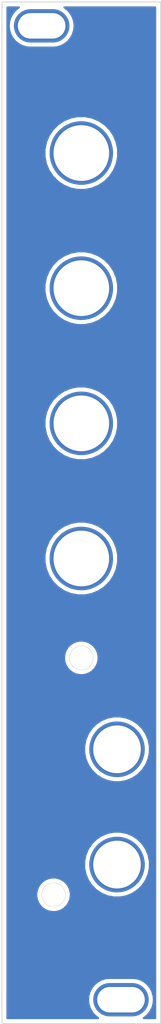
<source format=kicad_pcb>
(kicad_pcb (version 20171130) (host pcbnew 5.1.9+dfsg1-1~bpo10+1)

  (general
    (thickness 1.6)
    (drawings 42)
    (tracks 0)
    (zones 0)
    (modules 7)
    (nets 1)
  )

  (page A4)
  (layers
    (0 F.Cu signal)
    (31 B.Cu signal)
    (32 B.Adhes user hide)
    (33 F.Adhes user hide)
    (34 B.Paste user hide)
    (35 F.Paste user hide)
    (36 B.SilkS user)
    (37 F.SilkS user)
    (38 B.Mask user)
    (39 F.Mask user)
    (40 Dwgs.User user hide)
    (41 Cmts.User user)
    (42 Eco1.User user hide)
    (43 Eco2.User user hide)
    (44 Edge.Cuts user)
    (45 Margin user hide)
    (46 B.CrtYd user)
    (47 F.CrtYd user)
    (48 B.Fab user hide)
    (49 F.Fab user hide)
  )

  (setup
    (last_trace_width 0.3)
    (user_trace_width 0.45)
    (user_trace_width 0.75)
    (user_trace_width 1)
    (trace_clearance 0.2)
    (zone_clearance 0.508)
    (zone_45_only no)
    (trace_min 0.2)
    (via_size 0.8)
    (via_drill 0.4)
    (via_min_size 0.4)
    (via_min_drill 0.3)
    (uvia_size 0.3)
    (uvia_drill 0.1)
    (uvias_allowed no)
    (uvia_min_size 0.2)
    (uvia_min_drill 0.1)
    (edge_width 0.05)
    (segment_width 0.2)
    (pcb_text_width 0.3)
    (pcb_text_size 1.5 1.5)
    (mod_edge_width 0.12)
    (mod_text_size 1 1)
    (mod_text_width 0.15)
    (pad_size 1.524 1.524)
    (pad_drill 0.762)
    (pad_to_mask_clearance 0)
    (aux_axis_origin 0 0)
    (visible_elements FFFFFF7F)
    (pcbplotparams
      (layerselection 0x010fc_ffffffff)
      (usegerberextensions false)
      (usegerberattributes true)
      (usegerberadvancedattributes true)
      (creategerberjobfile true)
      (excludeedgelayer true)
      (linewidth 0.100000)
      (plotframeref false)
      (viasonmask false)
      (mode 1)
      (useauxorigin false)
      (hpglpennumber 1)
      (hpglpenspeed 20)
      (hpglpendiameter 15.000000)
      (psnegative false)
      (psa4output false)
      (plotreference true)
      (plotvalue true)
      (plotinvisibletext false)
      (padsonsilk false)
      (subtractmaskfromsilk false)
      (outputformat 1)
      (mirror false)
      (drillshape 0)
      (scaleselection 1)
      (outputdirectory "MiniADSR 1.1 - Front Panel/"))
  )

  (net 0 "")

  (net_class Default "This is the default net class."
    (clearance 0.2)
    (trace_width 0.3)
    (via_dia 0.8)
    (via_drill 0.4)
    (uvia_dia 0.3)
    (uvia_drill 0.1)
  )

  (module benjiaomodular:PanelHole_AudioJack_3.5mm (layer F.Cu) (tedit 61D8AE03) (tstamp 61D8DADE)
    (at 64.5 127.5)
    (fp_text reference REF** (at 0 0.5) (layer F.Fab) hide
      (effects (font (size 1 1) (thickness 0.15)))
    )
    (fp_text value PanelHole_AudioJack_3.5mm (at 0 14) (layer F.Fab) hide
      (effects (font (size 1 1) (thickness 0.15)))
    )
    (fp_line (start -4.5 12.48) (end -4.5 2.08) (layer F.Fab) (width 0.1))
    (fp_line (start 4.5 12.48) (end -4.5 12.48) (layer F.Fab) (width 0.1))
    (fp_line (start 5 12.98) (end -5 12.98) (layer F.CrtYd) (width 0.05))
    (fp_line (start 0 0) (end 0 2.03) (layer F.Fab) (width 0.1))
    (fp_line (start 5 -1.42) (end -5 -1.42) (layer F.CrtYd) (width 0.05))
    (fp_line (start 4.5 2.03) (end -4.5 2.03) (layer F.Fab) (width 0.1))
    (fp_line (start -5 12.98) (end -5 -1.42) (layer F.CrtYd) (width 0.05))
    (fp_line (start 4.5 12.48) (end 4.5 2.08) (layer F.Fab) (width 0.1))
    (fp_line (start 5 12.98) (end 5 -1.42) (layer F.CrtYd) (width 0.05))
    (fp_circle (center 0 6.5) (end 4 6.5) (layer F.Fab) (width 0.12))
    (pad "" thru_hole circle (at 0 6.5 180) (size 7 7) (drill 6) (layers *.Cu *.Mask))
  )

  (module benjiaomodular:PanelHole_Potentiometer_RV09 (layer F.Cu) (tedit 61D85F11) (tstamp 61D8DE60)
    (at 57.5 117.5 90)
    (fp_text reference REF** (at 0 0.5 90) (layer F.SilkS) hide
      (effects (font (size 1 1) (thickness 0.15)))
    )
    (fp_text value PanelHole_Potentiometer_RV09 (at 5.5 10 90) (layer F.Fab) hide
      (effects (font (size 1 1) (thickness 0.15)))
    )
    (fp_circle (center 7.5 2.5) (end 15 2.5) (layer F.Fab) (width 0.12))
    (fp_line (start -1.15 -3.91) (end -1.15 8.91) (layer F.CrtYd) (width 0.05))
    (fp_line (start 12.35 7.25) (end 12.35 -2.25) (layer F.Fab) (width 0.1))
    (fp_line (start 12.6 8.91) (end 12.6 -3.91) (layer F.CrtYd) (width 0.05))
    (fp_line (start 1 7.25) (end 12.35 7.25) (layer F.Fab) (width 0.1))
    (fp_line (start 1 -2.25) (end 12.35 -2.25) (layer F.Fab) (width 0.1))
    (fp_circle (center 7.5 2.5) (end 7.5 -1) (layer F.Fab) (width 0.1))
    (fp_line (start 12.6 -3.91) (end -1.15 -3.91) (layer F.CrtYd) (width 0.05))
    (fp_line (start -1.15 8.91) (end 12.6 8.91) (layer F.CrtYd) (width 0.05))
    (fp_line (start 1 7.25) (end 1 -2.25) (layer F.Fab) (width 0.1))
    (fp_text user REF** (at 0 0.5 90) (layer F.SilkS) hide
      (effects (font (size 1 1) (thickness 0.15)))
    )
    (fp_text user %R (at 7.62 2.54 90) (layer F.Fab)
      (effects (font (size 1 1) (thickness 0.15)))
    )
    (pad "" thru_hole circle (at 7.5 2.5 180) (size 8 8) (drill 7) (layers *.Cu *.Mask))
  )

  (module benjiaomodular:PanelHole_Potentiometer_RV09 (layer F.Cu) (tedit 61D85F11) (tstamp 61D8DE1F)
    (at 57.5 100.5 90)
    (fp_text reference REF** (at 0 0.5 90) (layer F.SilkS) hide
      (effects (font (size 1 1) (thickness 0.15)))
    )
    (fp_text value PanelHole_Potentiometer_RV09 (at 5.5 10 90) (layer F.Fab) hide
      (effects (font (size 1 1) (thickness 0.15)))
    )
    (fp_circle (center 7.5 2.5) (end 15 2.5) (layer F.Fab) (width 0.12))
    (fp_line (start -1.15 -3.91) (end -1.15 8.91) (layer F.CrtYd) (width 0.05))
    (fp_line (start 12.35 7.25) (end 12.35 -2.25) (layer F.Fab) (width 0.1))
    (fp_line (start 12.6 8.91) (end 12.6 -3.91) (layer F.CrtYd) (width 0.05))
    (fp_line (start 1 7.25) (end 12.35 7.25) (layer F.Fab) (width 0.1))
    (fp_line (start 1 -2.25) (end 12.35 -2.25) (layer F.Fab) (width 0.1))
    (fp_circle (center 7.5 2.5) (end 7.5 -1) (layer F.Fab) (width 0.1))
    (fp_line (start 12.6 -3.91) (end -1.15 -3.91) (layer F.CrtYd) (width 0.05))
    (fp_line (start -1.15 8.91) (end 12.6 8.91) (layer F.CrtYd) (width 0.05))
    (fp_line (start 1 7.25) (end 1 -2.25) (layer F.Fab) (width 0.1))
    (fp_text user REF** (at 0 0.5 90) (layer F.SilkS) hide
      (effects (font (size 1 1) (thickness 0.15)))
    )
    (fp_text user %R (at 7.62 2.54 90) (layer F.Fab)
      (effects (font (size 1 1) (thickness 0.15)))
    )
    (pad "" thru_hole circle (at 7.5 2.5 180) (size 8 8) (drill 7) (layers *.Cu *.Mask))
  )

  (module benjiaomodular:PanelHole_Potentiometer_RV09 (layer F.Cu) (tedit 61D85F11) (tstamp 61D8DDDE)
    (at 57.5 83.5 90)
    (fp_text reference REF** (at 0 0.5 90) (layer F.SilkS) hide
      (effects (font (size 1 1) (thickness 0.15)))
    )
    (fp_text value PanelHole_Potentiometer_RV09 (at 5.5 10 90) (layer F.Fab) hide
      (effects (font (size 1 1) (thickness 0.15)))
    )
    (fp_circle (center 7.5 2.5) (end 15 2.5) (layer F.Fab) (width 0.12))
    (fp_line (start -1.15 -3.91) (end -1.15 8.91) (layer F.CrtYd) (width 0.05))
    (fp_line (start 12.35 7.25) (end 12.35 -2.25) (layer F.Fab) (width 0.1))
    (fp_line (start 12.6 8.91) (end 12.6 -3.91) (layer F.CrtYd) (width 0.05))
    (fp_line (start 1 7.25) (end 12.35 7.25) (layer F.Fab) (width 0.1))
    (fp_line (start 1 -2.25) (end 12.35 -2.25) (layer F.Fab) (width 0.1))
    (fp_circle (center 7.5 2.5) (end 7.5 -1) (layer F.Fab) (width 0.1))
    (fp_line (start 12.6 -3.91) (end -1.15 -3.91) (layer F.CrtYd) (width 0.05))
    (fp_line (start -1.15 8.91) (end 12.6 8.91) (layer F.CrtYd) (width 0.05))
    (fp_line (start 1 7.25) (end 1 -2.25) (layer F.Fab) (width 0.1))
    (fp_text user REF** (at 0 0.5 90) (layer F.SilkS) hide
      (effects (font (size 1 1) (thickness 0.15)))
    )
    (fp_text user %R (at 7.62 2.54 90) (layer F.Fab)
      (effects (font (size 1 1) (thickness 0.15)))
    )
    (pad "" thru_hole circle (at 7.5 2.5 180) (size 8 8) (drill 7) (layers *.Cu *.Mask))
  )

  (module benjiaomodular:PanelHole_Potentiometer_RV09 (layer F.Cu) (tedit 61D85F11) (tstamp 61D8DD9D)
    (at 57.5 66.5 90)
    (fp_text reference REF** (at 0 0.5 90) (layer F.SilkS) hide
      (effects (font (size 1 1) (thickness 0.15)))
    )
    (fp_text value PanelHole_Potentiometer_RV09 (at 5.5 10 90) (layer F.Fab) hide
      (effects (font (size 1 1) (thickness 0.15)))
    )
    (fp_circle (center 7.5 2.5) (end 15 2.5) (layer F.Fab) (width 0.12))
    (fp_line (start -1.15 -3.91) (end -1.15 8.91) (layer F.CrtYd) (width 0.05))
    (fp_line (start 12.35 7.25) (end 12.35 -2.25) (layer F.Fab) (width 0.1))
    (fp_line (start 12.6 8.91) (end 12.6 -3.91) (layer F.CrtYd) (width 0.05))
    (fp_line (start 1 7.25) (end 12.35 7.25) (layer F.Fab) (width 0.1))
    (fp_line (start 1 -2.25) (end 12.35 -2.25) (layer F.Fab) (width 0.1))
    (fp_circle (center 7.5 2.5) (end 7.5 -1) (layer F.Fab) (width 0.1))
    (fp_line (start 12.6 -3.91) (end -1.15 -3.91) (layer F.CrtYd) (width 0.05))
    (fp_line (start -1.15 8.91) (end 12.6 8.91) (layer F.CrtYd) (width 0.05))
    (fp_line (start 1 7.25) (end 1 -2.25) (layer F.Fab) (width 0.1))
    (fp_text user REF** (at 0 0.5 90) (layer F.SilkS) hide
      (effects (font (size 1 1) (thickness 0.15)))
    )
    (fp_text user %R (at 7.62 2.54 90) (layer F.Fab)
      (effects (font (size 1 1) (thickness 0.15)))
    )
    (pad "" thru_hole circle (at 7.5 2.5 180) (size 8 8) (drill 7) (layers *.Cu *.Mask))
  )

  (module benjiaomodular:Panel_4HP (layer F.Cu) (tedit 61D8671B) (tstamp 61D8DA20)
    (at 50 40)
    (fp_text reference REF** (at 18 -1) (layer F.Fab) hide
      (effects (font (size 1 1) (thickness 0.15)))
    )
    (fp_text value Panel_4HP (at 4 -1) (layer F.Fab)
      (effects (font (size 1 1) (thickness 0.15)))
    )
    (fp_line (start 20 128.5) (end 0 128.5) (layer Dwgs.User) (width 0.12))
    (fp_line (start 0 115.5) (end 20 115.5) (layer Dwgs.User) (width 0.12))
    (fp_line (start 0 3) (end 20 3) (layer Dwgs.User) (width 0.12))
    (fp_line (start 20 0) (end 20 128.5) (layer Dwgs.User) (width 0.12))
    (fp_line (start 0 0) (end 20 0) (layer Dwgs.User) (width 0.12))
    (fp_line (start 0 13) (end 20 13) (layer Dwgs.User) (width 0.12))
    (fp_line (start 0 125.5) (end 20 125.5) (layer Dwgs.User) (width 0.12))
    (fp_line (start 0 128.5) (end 0 0) (layer Dwgs.User) (width 0.12))
    (fp_text user REF** (at 5.5 3.5) (layer F.SilkS) hide
      (effects (font (size 1 1) (thickness 0.15)))
    )
    (pad 1 thru_hole oval (at 15 125.5) (size 7 4.2) (drill oval 6 3.2) (layers *.Cu *.Mask))
    (pad 1 thru_hole oval (at 5 3) (size 7 4.2) (drill oval 6 3.2) (layers *.Cu *.Mask))
  )

  (module benjiaomodular:PanelHole_AudioJack_3.5mm (layer F.Cu) (tedit 61D861E6) (tstamp 61D8D80A)
    (at 64.5 142)
    (fp_text reference REF** (at 0 0.5) (layer F.Fab) hide
      (effects (font (size 1 1) (thickness 0.15)))
    )
    (fp_text value PanelHole_AudioJack_3.5mm (at 0 14) (layer F.Fab) hide
      (effects (font (size 1 1) (thickness 0.15)))
    )
    (fp_line (start -4.5 12.48) (end -4.5 2.08) (layer F.Fab) (width 0.1))
    (fp_line (start 4.5 12.48) (end -4.5 12.48) (layer F.Fab) (width 0.1))
    (fp_line (start 5 12.98) (end -5 12.98) (layer F.CrtYd) (width 0.05))
    (fp_line (start 0 0) (end 0 2.03) (layer F.Fab) (width 0.1))
    (fp_line (start 5 -1.42) (end -5 -1.42) (layer F.CrtYd) (width 0.05))
    (fp_line (start 4.5 2.03) (end -4.5 2.03) (layer F.Fab) (width 0.1))
    (fp_line (start -5 12.98) (end -5 -1.42) (layer F.CrtYd) (width 0.05))
    (fp_line (start 4.5 12.48) (end 4.5 2.08) (layer F.Fab) (width 0.1))
    (fp_line (start 5 12.98) (end 5 -1.42) (layer F.CrtYd) (width 0.05))
    (fp_circle (center 0 6.5) (end 4 6.5) (layer F.Fab) (width 0.12))
    (pad "" thru_hole circle (at 0 6.5 180) (size 7 7) (drill 6) (layers *.Cu *.Mask))
  )

  (dimension 9.5 (width 0.15) (layer Dwgs.User)
    (gr_text "9.500 mm" (at 77.55 163.75 90) (layer Dwgs.User)
      (effects (font (size 1 1) (thickness 0.15)))
    )
    (feature1 (pts (xy 70 159) (xy 76.836421 159)))
    (feature2 (pts (xy 70 168.5) (xy 76.836421 168.5)))
    (crossbar (pts (xy 76.25 168.5) (xy 76.25 159)))
    (arrow1a (pts (xy 76.25 159) (xy 76.836421 160.126504)))
    (arrow1b (pts (xy 76.25 159) (xy 75.663579 160.126504)))
    (arrow2a (pts (xy 76.25 168.5) (xy 76.836421 167.373496)))
    (arrow2b (pts (xy 76.25 168.5) (xy 75.663579 167.373496)))
  )
  (dimension 8.5 (width 0.15) (layer Dwgs.User)
    (gr_text "8.500 mm" (at 44.2 44.25 270) (layer Dwgs.User)
      (effects (font (size 1 1) (thickness 0.15)))
    )
    (feature1 (pts (xy 50 48.5) (xy 44.913579 48.5)))
    (feature2 (pts (xy 50 40) (xy 44.913579 40)))
    (crossbar (pts (xy 45.5 40) (xy 45.5 48.5)))
    (arrow1a (pts (xy 45.5 48.5) (xy 44.913579 47.373496)))
    (arrow1b (pts (xy 45.5 48.5) (xy 46.086421 47.373496)))
    (arrow2a (pts (xy 45.5 40) (xy 44.913579 41.126504)))
    (arrow2b (pts (xy 45.5 40) (xy 46.086421 41.126504)))
  )
  (gr_line (start 64.5 148.5) (end 106 148.48) (layer Dwgs.User) (width 0.15))
  (gr_line (start 64.5 134) (end 106 134) (layer Dwgs.User) (width 0.15))
  (gr_line (start 57.5 117.5) (end 99 117.5) (layer Dwgs.User) (width 0.15))
  (gr_line (start 99 100.5) (end 57.5 100.5) (layer Dwgs.User) (width 0.15))
  (gr_line (start 99 66.5) (end 57.5 66.5) (layer Dwgs.User) (width 0.15))
  (gr_line (start 57.5 83.5) (end 99 83.5) (layer Dwgs.User) (width 0.15))
  (gr_line (start 60 76) (end 101.5 76) (layer Dwgs.User) (width 0.15))
  (dimension 9 (width 0.15) (layer Dwgs.User)
    (gr_text "9.000 mm" (at 47.4 164 90) (layer Dwgs.User)
      (effects (font (size 1 1) (thickness 0.15)))
    )
    (feature1 (pts (xy 68.9 159.5) (xy 48.113579 159.5)))
    (feature2 (pts (xy 68.9 168.5) (xy 48.113579 168.5)))
    (crossbar (pts (xy 48.7 168.5) (xy 48.7 159.5)))
    (arrow1a (pts (xy 48.7 159.5) (xy 49.286421 160.626504)))
    (arrow1b (pts (xy 48.7 159.5) (xy 48.113579 160.626504)))
    (arrow2a (pts (xy 48.7 168.5) (xy 49.286421 167.373496)))
    (arrow2b (pts (xy 48.7 168.5) (xy 48.113579 167.373496)))
  )
  (gr_text @benjiaomodular (at 60.1 159) (layer F.Mask)
    (effects (font (size 1.25 1.25) (thickness 0.15)))
  )
  (gr_circle (center 60 122.5) (end 61.5 122.5) (layer Edge.Cuts) (width 0.05))
  (dimension 10 (width 0.15) (layer Dwgs.User)
    (gr_text "10.000 mm" (at 55 119.2) (layer Dwgs.User)
      (effects (font (size 1 1) (thickness 0.15)))
    )
    (feature1 (pts (xy 60 122.5) (xy 60 119.913579)))
    (feature2 (pts (xy 50 122.5) (xy 50 119.913579)))
    (crossbar (pts (xy 50 120.5) (xy 60 120.5)))
    (arrow1a (pts (xy 60 120.5) (xy 58.873496 121.086421)))
    (arrow1b (pts (xy 60 120.5) (xy 58.873496 119.913579)))
    (arrow2a (pts (xy 50 120.5) (xy 51.126504 121.086421)))
    (arrow2b (pts (xy 50 120.5) (xy 51.126504 119.913579)))
  )
  (gr_line (start 101.5 122.5) (end 50.1 122.5) (layer Dwgs.User) (width 0.15))
  (gr_circle (center 64.5 148.5) (end 68.5 148.5) (layer F.Mask) (width 1.5))
  (gr_line (start 60 100.7) (end 60 102.3) (layer F.Mask) (width 0.4) (tstamp 61D8CC95))
  (gr_line (start 60 83.7) (end 60 85.3) (layer F.Mask) (width 0.4) (tstamp 61D8CC95))
  (gr_line (start 60 66.7) (end 60 68.3) (layer F.Mask) (width 0.4))
  (gr_line (start 58.1 151.6) (end 60.5 150.4) (layer F.Mask) (width 0.6))
  (gr_circle (center 56.5 152.3) (end 58 152.3) (layer Edge.Cuts) (width 0.05))
  (dimension 6.5 (width 0.15) (layer Dwgs.User)
    (gr_text "6.500 mm" (at 53.25 159.7) (layer Dwgs.User)
      (effects (font (size 1 1) (thickness 0.15)))
    )
    (feature1 (pts (xy 56.5 152.3) (xy 56.5 158.986421)))
    (feature2 (pts (xy 50 152.3) (xy 50 158.986421)))
    (crossbar (pts (xy 50 158.4) (xy 56.5 158.4)))
    (arrow1a (pts (xy 56.5 158.4) (xy 55.373496 158.986421)))
    (arrow1b (pts (xy 56.5 158.4) (xy 55.373496 157.813579)))
    (arrow2a (pts (xy 50 158.4) (xy 51.126504 158.986421)))
    (arrow2b (pts (xy 50 158.4) (xy 51.126504 157.813579)))
  )
  (gr_line (start 98 152.3) (end 50 152.3) (layer Dwgs.User) (width 0.15))
  (gr_circle (center 64.5 148.5) (end 68.5 148.5) (layer Dwgs.User) (width 0.15))
  (gr_circle (center 64.5 134) (end 68.5 134) (layer Dwgs.User) (width 0.15) (tstamp 61D99A47))
  (gr_text IN (at 64.525 127.925) (layer F.Mask) (tstamp 61DA5A21)
    (effects (font (size 2 2) (thickness 0.24)))
  )
  (gr_text OUT (at 64.475 142.15) (layer F.Mask)
    (effects (font (size 2 2) (thickness 0.24)))
  )
  (gr_text MiniADSR (at 59.75 48.5) (layer F.Mask)
    (effects (font (size 2 2) (thickness 0.3)))
  )
  (dimension 2 (width 0.15) (layer Dwgs.User)
    (gr_text "2.000 mm" (at 86.95 154.5 270) (layer Dwgs.User)
      (effects (font (size 1 1) (thickness 0.15)))
    )
    (feature1 (pts (xy 93.5 155.5) (xy 87.663579 155.5)))
    (feature2 (pts (xy 93.5 153.5) (xy 87.663579 153.5)))
    (crossbar (pts (xy 88.25 153.5) (xy 88.25 155.5)))
    (arrow1a (pts (xy 88.25 155.5) (xy 87.663579 154.373496)))
    (arrow1b (pts (xy 88.25 155.5) (xy 88.836421 154.373496)))
    (arrow2a (pts (xy 88.25 153.5) (xy 87.663579 154.626504)))
    (arrow2b (pts (xy 88.25 153.5) (xy 88.836421 154.626504)))
  )
  (gr_circle (center 60 110) (end 67.5 110) (layer F.Mask) (width 0.4) (tstamp 61D8FA5E))
  (gr_circle (center 60 93) (end 67.566373 93) (layer F.Mask) (width 0.4) (tstamp 61D8FA5E))
  (gr_circle (center 60 76) (end 67.566373 76) (layer F.Mask) (width 0.4) (tstamp 61D8FA5E))
  (gr_circle (center 60 59) (end 67.566373 59) (layer F.Mask) (width 0.4))
  (gr_text A (at 53.5 67) (layer F.Mask) (tstamp 61D8F630)
    (effects (font (size 2 2) (thickness 0.24)))
  )
  (gr_text S (at 53.5 101) (layer F.Mask)
    (effects (font (size 2 2) (thickness 0.24)))
  )
  (gr_text R (at 53.5 118) (layer F.Mask)
    (effects (font (size 2 2) (thickness 0.24)))
  )
  (gr_text D (at 53.5 84) (layer F.Mask)
    (effects (font (size 2 2) (thickness 0.24)))
  )
  (dimension 7.5 (width 0.15) (layer Dwgs.User)
    (gr_text "7.500 mm" (at 95.25 30.2) (layer Dwgs.User)
      (effects (font (size 1 1) (thickness 0.15)))
    )
    (feature1 (pts (xy 91.5 66.5) (xy 91.5 30.913579)))
    (feature2 (pts (xy 99 66.5) (xy 99 30.913579)))
    (crossbar (pts (xy 99 31.5) (xy 91.5 31.5)))
    (arrow1a (pts (xy 91.5 31.5) (xy 92.626504 30.913579)))
    (arrow1b (pts (xy 91.5 31.5) (xy 92.626504 32.086421)))
    (arrow2a (pts (xy 99 31.5) (xy 97.873496 30.913579)))
    (arrow2b (pts (xy 99 31.5) (xy 97.873496 32.086421)))
  )
  (dimension 7.5 (width 0.15) (layer Dwgs.User)
    (gr_text "7.500 mm" (at 53.75 30.2) (layer Dwgs.User)
      (effects (font (size 1 1) (thickness 0.15)))
    )
    (feature1 (pts (xy 50 66.5) (xy 50 30.913579)))
    (feature2 (pts (xy 57.5 66.5) (xy 57.5 30.913579)))
    (crossbar (pts (xy 57.5 31.5) (xy 50 31.5)))
    (arrow1a (pts (xy 50 31.5) (xy 51.126504 30.913579)))
    (arrow1b (pts (xy 50 31.5) (xy 51.126504 32.086421)))
    (arrow2a (pts (xy 57.5 31.5) (xy 56.373496 30.913579)))
    (arrow2b (pts (xy 57.5 31.5) (xy 56.373496 32.086421)))
  )
  (gr_line (start 70 40) (end 70 168.5) (layer Edge.Cuts) (width 0.1))
  (gr_line (start 50 40) (end 70 40) (layer Edge.Cuts) (width 0.1))
  (gr_line (start 50 168.5) (end 50 40) (layer Edge.Cuts) (width 0.1))
  (gr_line (start 70 168.5) (end 50 168.5) (layer Edge.Cuts) (width 0.1))

  (zone (net 0) (net_name "") (layer F.Cu) (tstamp 61E85E35) (hatch edge 0.508)
    (connect_pads (clearance 0.508))
    (min_thickness 0.254)
    (fill yes (arc_segments 32) (thermal_gap 0.508) (thermal_bridge_width 0.508))
    (polygon
      (pts
        (xy 69.5 168) (xy 50.5 168) (xy 50.5 40.5) (xy 69.5 40.5)
      )
    )
    (filled_polygon
      (pts
        (xy 52.073164 40.714928) (xy 51.656706 41.056706) (xy 51.314928 41.473164) (xy 51.060964 41.948297) (xy 50.904574 42.463846)
        (xy 50.851767 43) (xy 50.904574 43.536154) (xy 51.060964 44.051703) (xy 51.314928 44.526836) (xy 51.656706 44.943294)
        (xy 52.073164 45.285072) (xy 52.548297 45.539036) (xy 53.063846 45.695426) (xy 53.465644 45.735) (xy 56.534356 45.735)
        (xy 56.936154 45.695426) (xy 57.451703 45.539036) (xy 57.926836 45.285072) (xy 58.343294 44.943294) (xy 58.685072 44.526836)
        (xy 58.939036 44.051703) (xy 59.095426 43.536154) (xy 59.148233 43) (xy 59.095426 42.463846) (xy 58.939036 41.948297)
        (xy 58.685072 41.473164) (xy 58.343294 41.056706) (xy 57.926836 40.714928) (xy 57.870845 40.685) (xy 69.315 40.685)
        (xy 69.315001 167.815) (xy 67.870845 167.815) (xy 67.926836 167.785072) (xy 68.343294 167.443294) (xy 68.685072 167.026836)
        (xy 68.939036 166.551703) (xy 69.095426 166.036154) (xy 69.148233 165.5) (xy 69.095426 164.963846) (xy 68.939036 164.448297)
        (xy 68.685072 163.973164) (xy 68.343294 163.556706) (xy 67.926836 163.214928) (xy 67.451703 162.960964) (xy 66.936154 162.804574)
        (xy 66.534356 162.765) (xy 63.465644 162.765) (xy 63.063846 162.804574) (xy 62.548297 162.960964) (xy 62.073164 163.214928)
        (xy 61.656706 163.556706) (xy 61.314928 163.973164) (xy 61.060964 164.448297) (xy 60.904574 164.963846) (xy 60.851767 165.5)
        (xy 60.904574 166.036154) (xy 61.060964 166.551703) (xy 61.314928 167.026836) (xy 61.656706 167.443294) (xy 62.073164 167.785072)
        (xy 62.129155 167.815) (xy 50.685 167.815) (xy 50.685 152.086323) (xy 54.330497 152.086323) (xy 54.330497 152.513677)
        (xy 54.41387 152.932821) (xy 54.577412 153.327645) (xy 54.814837 153.682977) (xy 55.117023 153.985163) (xy 55.472355 154.222588)
        (xy 55.867179 154.38613) (xy 56.286323 154.469503) (xy 56.713677 154.469503) (xy 57.132821 154.38613) (xy 57.527645 154.222588)
        (xy 57.882977 153.985163) (xy 58.185163 153.682977) (xy 58.422588 153.327645) (xy 58.58613 152.932821) (xy 58.669503 152.513677)
        (xy 58.669503 152.086323) (xy 58.58613 151.667179) (xy 58.422588 151.272355) (xy 58.185163 150.917023) (xy 57.882977 150.614837)
        (xy 57.527645 150.377412) (xy 57.132821 150.21387) (xy 56.713677 150.130497) (xy 56.286323 150.130497) (xy 55.867179 150.21387)
        (xy 55.472355 150.377412) (xy 55.117023 150.614837) (xy 54.814837 150.917023) (xy 54.577412 151.272355) (xy 54.41387 151.667179)
        (xy 54.330497 152.086323) (xy 50.685 152.086323) (xy 50.685 148.092738) (xy 60.365 148.092738) (xy 60.365 148.907262)
        (xy 60.523906 149.706135) (xy 60.835611 150.458657) (xy 61.288136 151.135909) (xy 61.864091 151.711864) (xy 62.541343 152.164389)
        (xy 63.293865 152.476094) (xy 64.092738 152.635) (xy 64.907262 152.635) (xy 65.706135 152.476094) (xy 66.458657 152.164389)
        (xy 67.135909 151.711864) (xy 67.711864 151.135909) (xy 68.164389 150.458657) (xy 68.476094 149.706135) (xy 68.635 148.907262)
        (xy 68.635 148.092738) (xy 68.476094 147.293865) (xy 68.164389 146.541343) (xy 67.711864 145.864091) (xy 67.135909 145.288136)
        (xy 66.458657 144.835611) (xy 65.706135 144.523906) (xy 64.907262 144.365) (xy 64.092738 144.365) (xy 63.293865 144.523906)
        (xy 62.541343 144.835611) (xy 61.864091 145.288136) (xy 61.288136 145.864091) (xy 60.835611 146.541343) (xy 60.523906 147.293865)
        (xy 60.365 148.092738) (xy 50.685 148.092738) (xy 50.685 133.592738) (xy 60.365 133.592738) (xy 60.365 134.407262)
        (xy 60.523906 135.206135) (xy 60.835611 135.958657) (xy 61.288136 136.635909) (xy 61.864091 137.211864) (xy 62.541343 137.664389)
        (xy 63.293865 137.976094) (xy 64.092738 138.135) (xy 64.907262 138.135) (xy 65.706135 137.976094) (xy 66.458657 137.664389)
        (xy 67.135909 137.211864) (xy 67.711864 136.635909) (xy 68.164389 135.958657) (xy 68.476094 135.206135) (xy 68.635 134.407262)
        (xy 68.635 133.592738) (xy 68.476094 132.793865) (xy 68.164389 132.041343) (xy 67.711864 131.364091) (xy 67.135909 130.788136)
        (xy 66.458657 130.335611) (xy 65.706135 130.023906) (xy 64.907262 129.865) (xy 64.092738 129.865) (xy 63.293865 130.023906)
        (xy 62.541343 130.335611) (xy 61.864091 130.788136) (xy 61.288136 131.364091) (xy 60.835611 132.041343) (xy 60.523906 132.793865)
        (xy 60.365 133.592738) (xy 50.685 133.592738) (xy 50.685 122.286323) (xy 57.830497 122.286323) (xy 57.830497 122.713677)
        (xy 57.91387 123.132821) (xy 58.077412 123.527645) (xy 58.314837 123.882977) (xy 58.617023 124.185163) (xy 58.972355 124.422588)
        (xy 59.367179 124.58613) (xy 59.786323 124.669503) (xy 60.213677 124.669503) (xy 60.632821 124.58613) (xy 61.027645 124.422588)
        (xy 61.382977 124.185163) (xy 61.685163 123.882977) (xy 61.922588 123.527645) (xy 62.08613 123.132821) (xy 62.169503 122.713677)
        (xy 62.169503 122.286323) (xy 62.08613 121.867179) (xy 61.922588 121.472355) (xy 61.685163 121.117023) (xy 61.382977 120.814837)
        (xy 61.027645 120.577412) (xy 60.632821 120.41387) (xy 60.213677 120.330497) (xy 59.786323 120.330497) (xy 59.367179 120.41387)
        (xy 58.972355 120.577412) (xy 58.617023 120.814837) (xy 58.314837 121.117023) (xy 58.077412 121.472355) (xy 57.91387 121.867179)
        (xy 57.830497 122.286323) (xy 50.685 122.286323) (xy 50.685 109.543492) (xy 55.365 109.543492) (xy 55.365 110.456508)
        (xy 55.54312 111.35198) (xy 55.892516 112.195496) (xy 56.39976 112.95464) (xy 57.04536 113.60024) (xy 57.804504 114.107484)
        (xy 58.64802 114.45688) (xy 59.543492 114.635) (xy 60.456508 114.635) (xy 61.35198 114.45688) (xy 62.195496 114.107484)
        (xy 62.95464 113.60024) (xy 63.60024 112.95464) (xy 64.107484 112.195496) (xy 64.45688 111.35198) (xy 64.635 110.456508)
        (xy 64.635 109.543492) (xy 64.45688 108.64802) (xy 64.107484 107.804504) (xy 63.60024 107.04536) (xy 62.95464 106.39976)
        (xy 62.195496 105.892516) (xy 61.35198 105.54312) (xy 60.456508 105.365) (xy 59.543492 105.365) (xy 58.64802 105.54312)
        (xy 57.804504 105.892516) (xy 57.04536 106.39976) (xy 56.39976 107.04536) (xy 55.892516 107.804504) (xy 55.54312 108.64802)
        (xy 55.365 109.543492) (xy 50.685 109.543492) (xy 50.685 92.543492) (xy 55.365 92.543492) (xy 55.365 93.456508)
        (xy 55.54312 94.35198) (xy 55.892516 95.195496) (xy 56.39976 95.95464) (xy 57.04536 96.60024) (xy 57.804504 97.107484)
        (xy 58.64802 97.45688) (xy 59.543492 97.635) (xy 60.456508 97.635) (xy 61.35198 97.45688) (xy 62.195496 97.107484)
        (xy 62.95464 96.60024) (xy 63.60024 95.95464) (xy 64.107484 95.195496) (xy 64.45688 94.35198) (xy 64.635 93.456508)
        (xy 64.635 92.543492) (xy 64.45688 91.64802) (xy 64.107484 90.804504) (xy 63.60024 90.04536) (xy 62.95464 89.39976)
        (xy 62.195496 88.892516) (xy 61.35198 88.54312) (xy 60.456508 88.365) (xy 59.543492 88.365) (xy 58.64802 88.54312)
        (xy 57.804504 88.892516) (xy 57.04536 89.39976) (xy 56.39976 90.04536) (xy 55.892516 90.804504) (xy 55.54312 91.64802)
        (xy 55.365 92.543492) (xy 50.685 92.543492) (xy 50.685 75.543492) (xy 55.365 75.543492) (xy 55.365 76.456508)
        (xy 55.54312 77.35198) (xy 55.892516 78.195496) (xy 56.39976 78.95464) (xy 57.04536 79.60024) (xy 57.804504 80.107484)
        (xy 58.64802 80.45688) (xy 59.543492 80.635) (xy 60.456508 80.635) (xy 61.35198 80.45688) (xy 62.195496 80.107484)
        (xy 62.95464 79.60024) (xy 63.60024 78.95464) (xy 64.107484 78.195496) (xy 64.45688 77.35198) (xy 64.635 76.456508)
        (xy 64.635 75.543492) (xy 64.45688 74.64802) (xy 64.107484 73.804504) (xy 63.60024 73.04536) (xy 62.95464 72.39976)
        (xy 62.195496 71.892516) (xy 61.35198 71.54312) (xy 60.456508 71.365) (xy 59.543492 71.365) (xy 58.64802 71.54312)
        (xy 57.804504 71.892516) (xy 57.04536 72.39976) (xy 56.39976 73.04536) (xy 55.892516 73.804504) (xy 55.54312 74.64802)
        (xy 55.365 75.543492) (xy 50.685 75.543492) (xy 50.685 58.543492) (xy 55.365 58.543492) (xy 55.365 59.456508)
        (xy 55.54312 60.35198) (xy 55.892516 61.195496) (xy 56.39976 61.95464) (xy 57.04536 62.60024) (xy 57.804504 63.107484)
        (xy 58.64802 63.45688) (xy 59.543492 63.635) (xy 60.456508 63.635) (xy 61.35198 63.45688) (xy 62.195496 63.107484)
        (xy 62.95464 62.60024) (xy 63.60024 61.95464) (xy 64.107484 61.195496) (xy 64.45688 60.35198) (xy 64.635 59.456508)
        (xy 64.635 58.543492) (xy 64.45688 57.64802) (xy 64.107484 56.804504) (xy 63.60024 56.04536) (xy 62.95464 55.39976)
        (xy 62.195496 54.892516) (xy 61.35198 54.54312) (xy 60.456508 54.365) (xy 59.543492 54.365) (xy 58.64802 54.54312)
        (xy 57.804504 54.892516) (xy 57.04536 55.39976) (xy 56.39976 56.04536) (xy 55.892516 56.804504) (xy 55.54312 57.64802)
        (xy 55.365 58.543492) (xy 50.685 58.543492) (xy 50.685 40.685) (xy 52.129155 40.685)
      )
    )
  )
  (zone (net 0) (net_name "") (layer B.Cu) (tstamp 61E85E32) (hatch edge 0.508)
    (connect_pads (clearance 0.508))
    (min_thickness 0.254)
    (fill yes (arc_segments 32) (thermal_gap 0.508) (thermal_bridge_width 0.508))
    (polygon
      (pts
        (xy 69.5 168) (xy 50.5 168) (xy 50.5 40.5) (xy 69.5 40.5)
      )
    )
    (filled_polygon
      (pts
        (xy 52.073164 40.714928) (xy 51.656706 41.056706) (xy 51.314928 41.473164) (xy 51.060964 41.948297) (xy 50.904574 42.463846)
        (xy 50.851767 43) (xy 50.904574 43.536154) (xy 51.060964 44.051703) (xy 51.314928 44.526836) (xy 51.656706 44.943294)
        (xy 52.073164 45.285072) (xy 52.548297 45.539036) (xy 53.063846 45.695426) (xy 53.465644 45.735) (xy 56.534356 45.735)
        (xy 56.936154 45.695426) (xy 57.451703 45.539036) (xy 57.926836 45.285072) (xy 58.343294 44.943294) (xy 58.685072 44.526836)
        (xy 58.939036 44.051703) (xy 59.095426 43.536154) (xy 59.148233 43) (xy 59.095426 42.463846) (xy 58.939036 41.948297)
        (xy 58.685072 41.473164) (xy 58.343294 41.056706) (xy 57.926836 40.714928) (xy 57.870845 40.685) (xy 69.315 40.685)
        (xy 69.315001 167.815) (xy 67.870845 167.815) (xy 67.926836 167.785072) (xy 68.343294 167.443294) (xy 68.685072 167.026836)
        (xy 68.939036 166.551703) (xy 69.095426 166.036154) (xy 69.148233 165.5) (xy 69.095426 164.963846) (xy 68.939036 164.448297)
        (xy 68.685072 163.973164) (xy 68.343294 163.556706) (xy 67.926836 163.214928) (xy 67.451703 162.960964) (xy 66.936154 162.804574)
        (xy 66.534356 162.765) (xy 63.465644 162.765) (xy 63.063846 162.804574) (xy 62.548297 162.960964) (xy 62.073164 163.214928)
        (xy 61.656706 163.556706) (xy 61.314928 163.973164) (xy 61.060964 164.448297) (xy 60.904574 164.963846) (xy 60.851767 165.5)
        (xy 60.904574 166.036154) (xy 61.060964 166.551703) (xy 61.314928 167.026836) (xy 61.656706 167.443294) (xy 62.073164 167.785072)
        (xy 62.129155 167.815) (xy 50.685 167.815) (xy 50.685 152.086323) (xy 54.330497 152.086323) (xy 54.330497 152.513677)
        (xy 54.41387 152.932821) (xy 54.577412 153.327645) (xy 54.814837 153.682977) (xy 55.117023 153.985163) (xy 55.472355 154.222588)
        (xy 55.867179 154.38613) (xy 56.286323 154.469503) (xy 56.713677 154.469503) (xy 57.132821 154.38613) (xy 57.527645 154.222588)
        (xy 57.882977 153.985163) (xy 58.185163 153.682977) (xy 58.422588 153.327645) (xy 58.58613 152.932821) (xy 58.669503 152.513677)
        (xy 58.669503 152.086323) (xy 58.58613 151.667179) (xy 58.422588 151.272355) (xy 58.185163 150.917023) (xy 57.882977 150.614837)
        (xy 57.527645 150.377412) (xy 57.132821 150.21387) (xy 56.713677 150.130497) (xy 56.286323 150.130497) (xy 55.867179 150.21387)
        (xy 55.472355 150.377412) (xy 55.117023 150.614837) (xy 54.814837 150.917023) (xy 54.577412 151.272355) (xy 54.41387 151.667179)
        (xy 54.330497 152.086323) (xy 50.685 152.086323) (xy 50.685 148.092738) (xy 60.365 148.092738) (xy 60.365 148.907262)
        (xy 60.523906 149.706135) (xy 60.835611 150.458657) (xy 61.288136 151.135909) (xy 61.864091 151.711864) (xy 62.541343 152.164389)
        (xy 63.293865 152.476094) (xy 64.092738 152.635) (xy 64.907262 152.635) (xy 65.706135 152.476094) (xy 66.458657 152.164389)
        (xy 67.135909 151.711864) (xy 67.711864 151.135909) (xy 68.164389 150.458657) (xy 68.476094 149.706135) (xy 68.635 148.907262)
        (xy 68.635 148.092738) (xy 68.476094 147.293865) (xy 68.164389 146.541343) (xy 67.711864 145.864091) (xy 67.135909 145.288136)
        (xy 66.458657 144.835611) (xy 65.706135 144.523906) (xy 64.907262 144.365) (xy 64.092738 144.365) (xy 63.293865 144.523906)
        (xy 62.541343 144.835611) (xy 61.864091 145.288136) (xy 61.288136 145.864091) (xy 60.835611 146.541343) (xy 60.523906 147.293865)
        (xy 60.365 148.092738) (xy 50.685 148.092738) (xy 50.685 133.592738) (xy 60.365 133.592738) (xy 60.365 134.407262)
        (xy 60.523906 135.206135) (xy 60.835611 135.958657) (xy 61.288136 136.635909) (xy 61.864091 137.211864) (xy 62.541343 137.664389)
        (xy 63.293865 137.976094) (xy 64.092738 138.135) (xy 64.907262 138.135) (xy 65.706135 137.976094) (xy 66.458657 137.664389)
        (xy 67.135909 137.211864) (xy 67.711864 136.635909) (xy 68.164389 135.958657) (xy 68.476094 135.206135) (xy 68.635 134.407262)
        (xy 68.635 133.592738) (xy 68.476094 132.793865) (xy 68.164389 132.041343) (xy 67.711864 131.364091) (xy 67.135909 130.788136)
        (xy 66.458657 130.335611) (xy 65.706135 130.023906) (xy 64.907262 129.865) (xy 64.092738 129.865) (xy 63.293865 130.023906)
        (xy 62.541343 130.335611) (xy 61.864091 130.788136) (xy 61.288136 131.364091) (xy 60.835611 132.041343) (xy 60.523906 132.793865)
        (xy 60.365 133.592738) (xy 50.685 133.592738) (xy 50.685 122.286323) (xy 57.830497 122.286323) (xy 57.830497 122.713677)
        (xy 57.91387 123.132821) (xy 58.077412 123.527645) (xy 58.314837 123.882977) (xy 58.617023 124.185163) (xy 58.972355 124.422588)
        (xy 59.367179 124.58613) (xy 59.786323 124.669503) (xy 60.213677 124.669503) (xy 60.632821 124.58613) (xy 61.027645 124.422588)
        (xy 61.382977 124.185163) (xy 61.685163 123.882977) (xy 61.922588 123.527645) (xy 62.08613 123.132821) (xy 62.169503 122.713677)
        (xy 62.169503 122.286323) (xy 62.08613 121.867179) (xy 61.922588 121.472355) (xy 61.685163 121.117023) (xy 61.382977 120.814837)
        (xy 61.027645 120.577412) (xy 60.632821 120.41387) (xy 60.213677 120.330497) (xy 59.786323 120.330497) (xy 59.367179 120.41387)
        (xy 58.972355 120.577412) (xy 58.617023 120.814837) (xy 58.314837 121.117023) (xy 58.077412 121.472355) (xy 57.91387 121.867179)
        (xy 57.830497 122.286323) (xy 50.685 122.286323) (xy 50.685 109.543492) (xy 55.365 109.543492) (xy 55.365 110.456508)
        (xy 55.54312 111.35198) (xy 55.892516 112.195496) (xy 56.39976 112.95464) (xy 57.04536 113.60024) (xy 57.804504 114.107484)
        (xy 58.64802 114.45688) (xy 59.543492 114.635) (xy 60.456508 114.635) (xy 61.35198 114.45688) (xy 62.195496 114.107484)
        (xy 62.95464 113.60024) (xy 63.60024 112.95464) (xy 64.107484 112.195496) (xy 64.45688 111.35198) (xy 64.635 110.456508)
        (xy 64.635 109.543492) (xy 64.45688 108.64802) (xy 64.107484 107.804504) (xy 63.60024 107.04536) (xy 62.95464 106.39976)
        (xy 62.195496 105.892516) (xy 61.35198 105.54312) (xy 60.456508 105.365) (xy 59.543492 105.365) (xy 58.64802 105.54312)
        (xy 57.804504 105.892516) (xy 57.04536 106.39976) (xy 56.39976 107.04536) (xy 55.892516 107.804504) (xy 55.54312 108.64802)
        (xy 55.365 109.543492) (xy 50.685 109.543492) (xy 50.685 92.543492) (xy 55.365 92.543492) (xy 55.365 93.456508)
        (xy 55.54312 94.35198) (xy 55.892516 95.195496) (xy 56.39976 95.95464) (xy 57.04536 96.60024) (xy 57.804504 97.107484)
        (xy 58.64802 97.45688) (xy 59.543492 97.635) (xy 60.456508 97.635) (xy 61.35198 97.45688) (xy 62.195496 97.107484)
        (xy 62.95464 96.60024) (xy 63.60024 95.95464) (xy 64.107484 95.195496) (xy 64.45688 94.35198) (xy 64.635 93.456508)
        (xy 64.635 92.543492) (xy 64.45688 91.64802) (xy 64.107484 90.804504) (xy 63.60024 90.04536) (xy 62.95464 89.39976)
        (xy 62.195496 88.892516) (xy 61.35198 88.54312) (xy 60.456508 88.365) (xy 59.543492 88.365) (xy 58.64802 88.54312)
        (xy 57.804504 88.892516) (xy 57.04536 89.39976) (xy 56.39976 90.04536) (xy 55.892516 90.804504) (xy 55.54312 91.64802)
        (xy 55.365 92.543492) (xy 50.685 92.543492) (xy 50.685 75.543492) (xy 55.365 75.543492) (xy 55.365 76.456508)
        (xy 55.54312 77.35198) (xy 55.892516 78.195496) (xy 56.39976 78.95464) (xy 57.04536 79.60024) (xy 57.804504 80.107484)
        (xy 58.64802 80.45688) (xy 59.543492 80.635) (xy 60.456508 80.635) (xy 61.35198 80.45688) (xy 62.195496 80.107484)
        (xy 62.95464 79.60024) (xy 63.60024 78.95464) (xy 64.107484 78.195496) (xy 64.45688 77.35198) (xy 64.635 76.456508)
        (xy 64.635 75.543492) (xy 64.45688 74.64802) (xy 64.107484 73.804504) (xy 63.60024 73.04536) (xy 62.95464 72.39976)
        (xy 62.195496 71.892516) (xy 61.35198 71.54312) (xy 60.456508 71.365) (xy 59.543492 71.365) (xy 58.64802 71.54312)
        (xy 57.804504 71.892516) (xy 57.04536 72.39976) (xy 56.39976 73.04536) (xy 55.892516 73.804504) (xy 55.54312 74.64802)
        (xy 55.365 75.543492) (xy 50.685 75.543492) (xy 50.685 58.543492) (xy 55.365 58.543492) (xy 55.365 59.456508)
        (xy 55.54312 60.35198) (xy 55.892516 61.195496) (xy 56.39976 61.95464) (xy 57.04536 62.60024) (xy 57.804504 63.107484)
        (xy 58.64802 63.45688) (xy 59.543492 63.635) (xy 60.456508 63.635) (xy 61.35198 63.45688) (xy 62.195496 63.107484)
        (xy 62.95464 62.60024) (xy 63.60024 61.95464) (xy 64.107484 61.195496) (xy 64.45688 60.35198) (xy 64.635 59.456508)
        (xy 64.635 58.543492) (xy 64.45688 57.64802) (xy 64.107484 56.804504) (xy 63.60024 56.04536) (xy 62.95464 55.39976)
        (xy 62.195496 54.892516) (xy 61.35198 54.54312) (xy 60.456508 54.365) (xy 59.543492 54.365) (xy 58.64802 54.54312)
        (xy 57.804504 54.892516) (xy 57.04536 55.39976) (xy 56.39976 56.04536) (xy 55.892516 56.804504) (xy 55.54312 57.64802)
        (xy 55.365 58.543492) (xy 50.685 58.543492) (xy 50.685 40.685) (xy 52.129155 40.685)
      )
    )
  )
)

</source>
